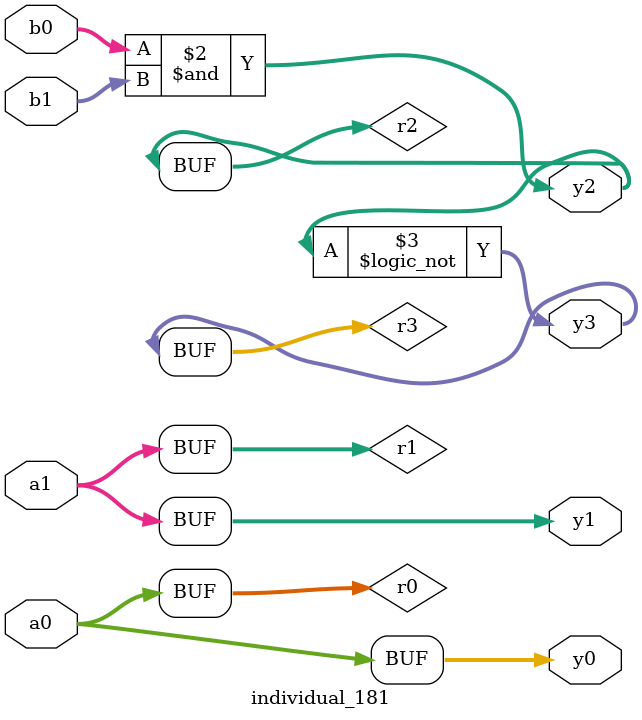
<source format=sv>
module individual_181(input logic [15:0] a1, input logic [15:0] a0, input logic [15:0] b1, input logic [15:0] b0, output logic [15:0] y3, output logic [15:0] y2, output logic [15:0] y1, output logic [15:0] y0);
logic [15:0] r0, r1, r2, r3; 
 always@(*) begin 
	 r0 = a0; r1 = a1; r2 = b0; r3 = b1; 
 	 r2  &=  b1 ;
 	 r3 = ! r2 ;
 	 y3 = r3; y2 = r2; y1 = r1; y0 = r0; 
end
endmodule
</source>
